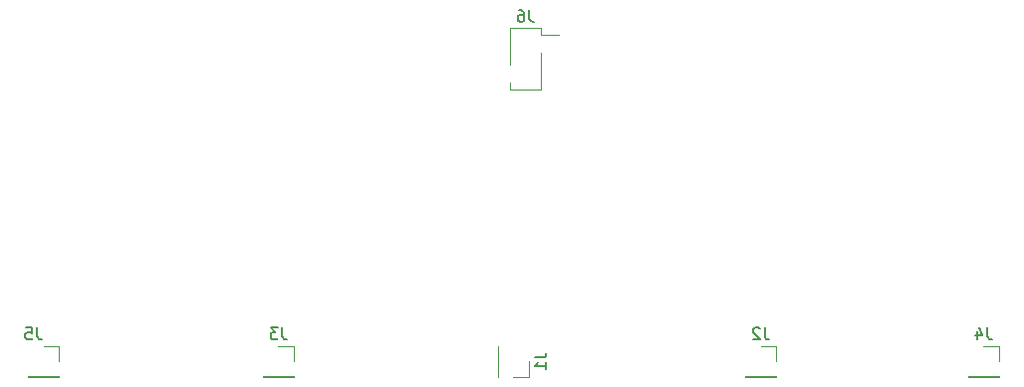
<source format=gbr>
%TF.GenerationSoftware,KiCad,Pcbnew,8.0.6*%
%TF.CreationDate,2024-11-11T19:11:30+01:00*%
%TF.ProjectId,touch-pad,746f7563-682d-4706-9164-2e6b69636164,rev?*%
%TF.SameCoordinates,Original*%
%TF.FileFunction,Legend,Bot*%
%TF.FilePolarity,Positive*%
%FSLAX46Y46*%
G04 Gerber Fmt 4.6, Leading zero omitted, Abs format (unit mm)*
G04 Created by KiCad (PCBNEW 8.0.6) date 2024-11-11 19:11:30*
%MOMM*%
%LPD*%
G01*
G04 APERTURE LIST*
%ADD10C,0.150000*%
%ADD11C,0.120000*%
%ADD12R,1.700000X1.700000*%
%ADD13R,2.510000X1.000000*%
G04 APERTURE END LIST*
D10*
X177539819Y-122206666D02*
X178254104Y-122206666D01*
X178254104Y-122206666D02*
X178396961Y-122159047D01*
X178396961Y-122159047D02*
X178492200Y-122063809D01*
X178492200Y-122063809D02*
X178539819Y-121920952D01*
X178539819Y-121920952D02*
X178539819Y-121825714D01*
X178539819Y-123206666D02*
X178539819Y-122635238D01*
X178539819Y-122920952D02*
X177539819Y-122920952D01*
X177539819Y-122920952D02*
X177682676Y-122825714D01*
X177682676Y-122825714D02*
X177777914Y-122730476D01*
X177777914Y-122730476D02*
X177825533Y-122635238D01*
X197103333Y-119664819D02*
X197103333Y-120379104D01*
X197103333Y-120379104D02*
X197150952Y-120521961D01*
X197150952Y-120521961D02*
X197246190Y-120617200D01*
X197246190Y-120617200D02*
X197389047Y-120664819D01*
X197389047Y-120664819D02*
X197484285Y-120664819D01*
X196674761Y-119760057D02*
X196627142Y-119712438D01*
X196627142Y-119712438D02*
X196531904Y-119664819D01*
X196531904Y-119664819D02*
X196293809Y-119664819D01*
X196293809Y-119664819D02*
X196198571Y-119712438D01*
X196198571Y-119712438D02*
X196150952Y-119760057D01*
X196150952Y-119760057D02*
X196103333Y-119855295D01*
X196103333Y-119855295D02*
X196103333Y-119950533D01*
X196103333Y-119950533D02*
X196150952Y-120093390D01*
X196150952Y-120093390D02*
X196722380Y-120664819D01*
X196722380Y-120664819D02*
X196103333Y-120664819D01*
X156110833Y-119664819D02*
X156110833Y-120379104D01*
X156110833Y-120379104D02*
X156158452Y-120521961D01*
X156158452Y-120521961D02*
X156253690Y-120617200D01*
X156253690Y-120617200D02*
X156396547Y-120664819D01*
X156396547Y-120664819D02*
X156491785Y-120664819D01*
X155729880Y-119664819D02*
X155110833Y-119664819D01*
X155110833Y-119664819D02*
X155444166Y-120045771D01*
X155444166Y-120045771D02*
X155301309Y-120045771D01*
X155301309Y-120045771D02*
X155206071Y-120093390D01*
X155206071Y-120093390D02*
X155158452Y-120141009D01*
X155158452Y-120141009D02*
X155110833Y-120236247D01*
X155110833Y-120236247D02*
X155110833Y-120474342D01*
X155110833Y-120474342D02*
X155158452Y-120569580D01*
X155158452Y-120569580D02*
X155206071Y-120617200D01*
X155206071Y-120617200D02*
X155301309Y-120664819D01*
X155301309Y-120664819D02*
X155587023Y-120664819D01*
X155587023Y-120664819D02*
X155682261Y-120617200D01*
X155682261Y-120617200D02*
X155729880Y-120569580D01*
X177099583Y-92634819D02*
X177099583Y-93349104D01*
X177099583Y-93349104D02*
X177147202Y-93491961D01*
X177147202Y-93491961D02*
X177242440Y-93587200D01*
X177242440Y-93587200D02*
X177385297Y-93634819D01*
X177385297Y-93634819D02*
X177480535Y-93634819D01*
X176194821Y-92634819D02*
X176385297Y-92634819D01*
X176385297Y-92634819D02*
X176480535Y-92682438D01*
X176480535Y-92682438D02*
X176528154Y-92730057D01*
X176528154Y-92730057D02*
X176623392Y-92872914D01*
X176623392Y-92872914D02*
X176671011Y-93063390D01*
X176671011Y-93063390D02*
X176671011Y-93444342D01*
X176671011Y-93444342D02*
X176623392Y-93539580D01*
X176623392Y-93539580D02*
X176575773Y-93587200D01*
X176575773Y-93587200D02*
X176480535Y-93634819D01*
X176480535Y-93634819D02*
X176290059Y-93634819D01*
X176290059Y-93634819D02*
X176194821Y-93587200D01*
X176194821Y-93587200D02*
X176147202Y-93539580D01*
X176147202Y-93539580D02*
X176099583Y-93444342D01*
X176099583Y-93444342D02*
X176099583Y-93206247D01*
X176099583Y-93206247D02*
X176147202Y-93111009D01*
X176147202Y-93111009D02*
X176194821Y-93063390D01*
X176194821Y-93063390D02*
X176290059Y-93015771D01*
X176290059Y-93015771D02*
X176480535Y-93015771D01*
X176480535Y-93015771D02*
X176575773Y-93063390D01*
X176575773Y-93063390D02*
X176623392Y-93111009D01*
X176623392Y-93111009D02*
X176671011Y-93206247D01*
X216043333Y-119664819D02*
X216043333Y-120379104D01*
X216043333Y-120379104D02*
X216090952Y-120521961D01*
X216090952Y-120521961D02*
X216186190Y-120617200D01*
X216186190Y-120617200D02*
X216329047Y-120664819D01*
X216329047Y-120664819D02*
X216424285Y-120664819D01*
X215138571Y-119998152D02*
X215138571Y-120664819D01*
X215376666Y-119617200D02*
X215614761Y-120331485D01*
X215614761Y-120331485D02*
X214995714Y-120331485D01*
X135263333Y-119664819D02*
X135263333Y-120379104D01*
X135263333Y-120379104D02*
X135310952Y-120521961D01*
X135310952Y-120521961D02*
X135406190Y-120617200D01*
X135406190Y-120617200D02*
X135549047Y-120664819D01*
X135549047Y-120664819D02*
X135644285Y-120664819D01*
X134310952Y-119664819D02*
X134787142Y-119664819D01*
X134787142Y-119664819D02*
X134834761Y-120141009D01*
X134834761Y-120141009D02*
X134787142Y-120093390D01*
X134787142Y-120093390D02*
X134691904Y-120045771D01*
X134691904Y-120045771D02*
X134453809Y-120045771D01*
X134453809Y-120045771D02*
X134358571Y-120093390D01*
X134358571Y-120093390D02*
X134310952Y-120141009D01*
X134310952Y-120141009D02*
X134263333Y-120236247D01*
X134263333Y-120236247D02*
X134263333Y-120474342D01*
X134263333Y-120474342D02*
X134310952Y-120569580D01*
X134310952Y-120569580D02*
X134358571Y-120617200D01*
X134358571Y-120617200D02*
X134453809Y-120664819D01*
X134453809Y-120664819D02*
X134691904Y-120664819D01*
X134691904Y-120664819D02*
X134787142Y-120617200D01*
X134787142Y-120617200D02*
X134834761Y-120569580D01*
D11*
%TO.C,J1*%
X174425000Y-121210000D02*
X174425000Y-123870000D01*
X174425000Y-121210000D02*
X174485000Y-121210000D01*
X174425000Y-123870000D02*
X174485000Y-123870000D01*
X174485000Y-121210000D02*
X174485000Y-123870000D01*
X177085000Y-122540000D02*
X177085000Y-123870000D01*
X177085000Y-123870000D02*
X175755000Y-123870000D01*
%TO.C,J2*%
X195440000Y-123810000D02*
X198100000Y-123810000D01*
X195440000Y-123870000D02*
X195440000Y-123810000D01*
X195440000Y-123870000D02*
X198100000Y-123870000D01*
X196770000Y-121210000D02*
X198100000Y-121210000D01*
X198100000Y-121210000D02*
X198100000Y-122540000D01*
X198100000Y-123870000D02*
X198100000Y-123810000D01*
%TO.C,J3*%
X154447500Y-123810000D02*
X157107500Y-123810000D01*
X154447500Y-123870000D02*
X154447500Y-123810000D01*
X154447500Y-123870000D02*
X157107500Y-123870000D01*
X155777500Y-121210000D02*
X157107500Y-121210000D01*
X157107500Y-121210000D02*
X157107500Y-122540000D01*
X157107500Y-123870000D02*
X157107500Y-123810000D01*
%TO.C,J6*%
X175436250Y-94180000D02*
X178096250Y-94180000D01*
X175436250Y-97290000D02*
X175436250Y-94180000D01*
X175436250Y-99380000D02*
X175436250Y-98810000D01*
X175436250Y-99380000D02*
X178096250Y-99380000D01*
X178096250Y-94750000D02*
X178096250Y-94180000D01*
X178096250Y-99380000D02*
X178096250Y-96270000D01*
X179616250Y-94750000D02*
X178096250Y-94750000D01*
%TO.C,J4*%
X214380000Y-123810000D02*
X217040000Y-123810000D01*
X214380000Y-123870000D02*
X214380000Y-123810000D01*
X214380000Y-123870000D02*
X217040000Y-123870000D01*
X215710000Y-121210000D02*
X217040000Y-121210000D01*
X217040000Y-121210000D02*
X217040000Y-122540000D01*
X217040000Y-123870000D02*
X217040000Y-123810000D01*
%TO.C,J5*%
X134470000Y-123810000D02*
X137130000Y-123810000D01*
X134470000Y-123870000D02*
X134470000Y-123810000D01*
X134470000Y-123870000D02*
X137130000Y-123870000D01*
X135800000Y-121210000D02*
X137130000Y-121210000D01*
X137130000Y-121210000D02*
X137130000Y-122540000D01*
X137130000Y-123870000D02*
X137130000Y-123810000D01*
%TD*%
%LPC*%
D12*
%TO.C,J1*%
X175755000Y-122540000D03*
%TD*%
%TO.C,J2*%
X196770000Y-122540000D03*
%TD*%
%TO.C,J3*%
X155777500Y-122540000D03*
%TD*%
D13*
%TO.C,J6*%
X178421250Y-95510000D03*
X175111250Y-98050000D03*
%TD*%
D12*
%TO.C,J4*%
X215710000Y-122540000D03*
%TD*%
%TO.C,J5*%
X135800000Y-122540000D03*
%TD*%
%LPD*%
M02*

</source>
